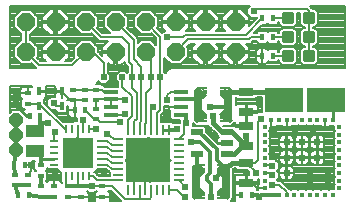
<source format=gtl>
G75*
%MOIN*%
%OFA0B0*%
%FSLAX24Y24*%
%IPPOS*%
%LPD*%
%AMOC8*
5,1,8,0,0,1.08239X$1,22.5*
%
%ADD10R,0.0236X0.0157*%
%ADD11R,0.0512X0.0276*%
%ADD12R,0.0591X0.0433*%
%ADD13R,0.0300X0.1000*%
%ADD14R,0.0350X0.0100*%
%ADD15R,0.0150X0.0175*%
%ADD16R,0.0141X0.0141*%
%ADD17R,0.0212X0.0212*%
%ADD18R,0.0157X0.0236*%
%ADD19R,0.0472X0.0138*%
%ADD20R,0.0276X0.0098*%
%ADD21R,0.0098X0.0276*%
%ADD22R,0.1024X0.1024*%
%ADD23R,0.0106X0.0335*%
%ADD24R,0.0335X0.0106*%
%ADD25R,0.1476X0.1476*%
%ADD26R,0.0118X0.0157*%
%ADD27R,0.0157X0.0118*%
%ADD28R,0.0197X0.0197*%
%ADD29R,0.1260X0.0787*%
%ADD30R,0.0173X0.0311*%
%ADD31R,0.0400X0.0220*%
%ADD32OC8,0.0436*%
%ADD33OC8,0.0600*%
%ADD34C,0.0118*%
%ADD35C,0.0079*%
%ADD36C,0.0238*%
%ADD37C,0.0098*%
%ADD38C,0.0157*%
D10*
X001981Y003281D03*
X001981Y003635D03*
X001981Y003989D03*
X001981Y004344D03*
X001548Y004029D03*
X001548Y003675D03*
X001115Y003675D03*
X001115Y004029D03*
X002414Y003635D03*
X002414Y003281D03*
X002887Y003281D03*
X003320Y003281D03*
X003320Y003635D03*
X002887Y003635D03*
X004028Y003635D03*
X004028Y003281D03*
X003831Y005879D03*
X003831Y006234D03*
X003831Y006509D03*
X003831Y006863D03*
X003438Y006863D03*
X003438Y006509D03*
X003044Y006509D03*
X003044Y006863D03*
X001548Y006745D03*
X001548Y006391D03*
D11*
X008831Y006115D03*
X008831Y005643D03*
X008831Y004974D03*
X008831Y004423D03*
X008831Y003753D03*
X008831Y006785D03*
D12*
X001784Y005486D03*
X001784Y004816D03*
D13*
X007150Y003785D03*
X008150Y003785D03*
X008229Y006360D03*
X007229Y006360D03*
D14*
X007354Y006910D03*
X008104Y006910D03*
X008104Y005810D03*
X007354Y005810D03*
X007275Y004335D03*
X008025Y004335D03*
X008025Y003235D03*
X007275Y003235D03*
D15*
X007375Y003372D03*
X007925Y003372D03*
X007925Y004197D03*
X007375Y004197D03*
X007454Y005947D03*
X008004Y005947D03*
X008004Y006772D03*
X007454Y006772D03*
D16*
G36*
X007277Y006860D02*
X007179Y006762D01*
X007081Y006860D01*
X007179Y006958D01*
X007277Y006860D01*
G37*
G36*
X008181Y006860D02*
X008279Y006958D01*
X008377Y006860D01*
X008279Y006762D01*
X008181Y006860D01*
G37*
G36*
X008181Y005859D02*
X008279Y005957D01*
X008377Y005859D01*
X008279Y005761D01*
X008181Y005859D01*
G37*
G36*
X007277Y005859D02*
X007179Y005761D01*
X007081Y005859D01*
X007179Y005957D01*
X007277Y005859D01*
G37*
G36*
X007198Y004285D02*
X007100Y004187D01*
X007002Y004285D01*
X007100Y004383D01*
X007198Y004285D01*
G37*
G36*
X008103Y004285D02*
X008201Y004383D01*
X008299Y004285D01*
X008201Y004187D01*
X008103Y004285D01*
G37*
G36*
X008103Y003284D02*
X008201Y003382D01*
X008299Y003284D01*
X008201Y003186D01*
X008103Y003284D01*
G37*
G36*
X007198Y003284D02*
X007100Y003186D01*
X007002Y003284D01*
X007100Y003382D01*
X007198Y003284D01*
G37*
D17*
G36*
X007449Y003461D02*
X007300Y003312D01*
X007151Y003461D01*
X007300Y003610D01*
X007449Y003461D01*
G37*
G36*
X007851Y003461D02*
X008000Y003610D01*
X008149Y003461D01*
X008000Y003312D01*
X007851Y003461D01*
G37*
G36*
X007851Y004109D02*
X008000Y004258D01*
X008149Y004109D01*
X008000Y003960D01*
X007851Y004109D01*
G37*
G36*
X007449Y004109D02*
X007300Y003960D01*
X007151Y004109D01*
X007300Y004258D01*
X007449Y004109D01*
G37*
G36*
X007528Y006036D02*
X007379Y005887D01*
X007230Y006036D01*
X007379Y006185D01*
X007528Y006036D01*
G37*
G36*
X007930Y006036D02*
X008079Y006185D01*
X008228Y006036D01*
X008079Y005887D01*
X007930Y006036D01*
G37*
G36*
X007930Y006684D02*
X008079Y006833D01*
X008228Y006684D01*
X008079Y006535D01*
X007930Y006684D01*
G37*
G36*
X007528Y006684D02*
X007379Y006535D01*
X007230Y006684D01*
X007379Y006833D01*
X007528Y006684D01*
G37*
D18*
X009363Y007986D03*
X009717Y007986D03*
X009717Y008615D03*
X009363Y008615D03*
X009363Y009245D03*
X009717Y009245D03*
X003457Y006175D03*
X003103Y006175D03*
X001961Y005978D03*
X001607Y005978D03*
X001450Y004363D03*
X001095Y004363D03*
X001213Y003340D03*
X001568Y003340D03*
X008654Y003340D03*
X009009Y003340D03*
D19*
X006637Y006027D03*
X006637Y006283D03*
X006637Y006539D03*
X006637Y006795D03*
X004333Y006795D03*
X004333Y006539D03*
X004333Y006283D03*
X004333Y006027D03*
D20*
X003989Y005151D03*
X003989Y004954D03*
X003989Y004757D03*
X003989Y004560D03*
X003989Y004363D03*
X002414Y004363D03*
X002414Y004560D03*
X002414Y004757D03*
X002414Y004954D03*
X002414Y005151D03*
D21*
X002808Y005545D03*
X003005Y005545D03*
X003202Y005545D03*
X003398Y005545D03*
X003595Y005545D03*
X003595Y003970D03*
X003398Y003970D03*
X003202Y003970D03*
X003005Y003970D03*
X002808Y003970D03*
D22*
X003202Y004757D03*
D23*
X004879Y005525D03*
X005075Y005525D03*
X005270Y005525D03*
X005466Y005525D03*
X005662Y005525D03*
X005857Y005525D03*
X006053Y005525D03*
X006249Y005525D03*
X006249Y003517D03*
X006053Y003517D03*
X005857Y003517D03*
X005662Y003517D03*
X005466Y003517D03*
X005270Y003517D03*
X005075Y003517D03*
X004879Y003517D03*
D24*
X004560Y003836D03*
X004560Y004032D03*
X004560Y004227D03*
X004560Y004423D03*
X004560Y004619D03*
X004560Y004814D03*
X004560Y005010D03*
X004560Y005206D03*
X006568Y005206D03*
X006568Y005010D03*
X006568Y004814D03*
X006568Y004619D03*
X006568Y004423D03*
X006568Y004227D03*
X006568Y004032D03*
X006568Y003836D03*
D25*
X005564Y004521D03*
D26*
X009658Y003360D03*
X009914Y003360D03*
X010170Y003360D03*
X010426Y003360D03*
X010682Y003360D03*
X010938Y003360D03*
X011194Y003360D03*
X011450Y003360D03*
X011705Y003360D03*
X011705Y005840D03*
X011450Y005840D03*
X011194Y005840D03*
X010938Y005840D03*
X010682Y005840D03*
X010426Y005840D03*
X010170Y005840D03*
X009914Y005840D03*
X009658Y005840D03*
D27*
X009442Y005623D03*
X009442Y005367D03*
X009442Y005112D03*
X009442Y004856D03*
X009442Y004600D03*
X009442Y004344D03*
X009442Y004088D03*
X009442Y003832D03*
X009442Y003576D03*
X011922Y003576D03*
X011922Y003832D03*
X011922Y004088D03*
X011922Y004344D03*
X011922Y004600D03*
X011922Y004856D03*
X011922Y005112D03*
X011922Y005367D03*
X011922Y005623D03*
D28*
X011194Y005112D03*
X010682Y005112D03*
X010170Y005112D03*
X010170Y004600D03*
X010682Y004600D03*
X011194Y004600D03*
X010170Y004088D03*
D29*
X010091Y006529D03*
X011469Y006529D03*
D30*
X002678Y006334D03*
X002678Y006802D03*
X001914Y006802D03*
X001914Y006334D03*
D31*
X007180Y005442D03*
X007180Y004702D03*
X008200Y004702D03*
X008200Y005072D03*
X008200Y005442D03*
D32*
X001158Y005348D03*
X001158Y005860D03*
X001158Y004836D03*
D33*
X001473Y008115D03*
X002473Y008115D03*
X003473Y008115D03*
X004473Y008115D03*
X005473Y008115D03*
X006473Y008115D03*
X007473Y008115D03*
X008473Y008115D03*
X008473Y009115D03*
X007473Y009115D03*
X006473Y009115D03*
X005473Y009115D03*
X004473Y009115D03*
X003473Y009115D03*
X002473Y009115D03*
X001473Y009115D03*
D34*
X001961Y005978D02*
X001961Y005761D01*
X002217Y005761D01*
X001961Y005761D02*
X001961Y005486D01*
X001784Y005486D01*
X001158Y005348D02*
X001158Y004836D01*
X001095Y004363D01*
X001115Y004029D01*
X001115Y003675D02*
X001548Y003675D01*
X001568Y003340D02*
X001981Y003281D01*
X002414Y003281D01*
X001981Y003635D02*
X001981Y003989D01*
X001981Y004344D02*
X001981Y004560D01*
X001981Y004619D01*
X001784Y004816D01*
X001158Y005348D02*
X001158Y005860D01*
X001115Y003675D02*
X001213Y003340D01*
X002887Y003635D02*
X003202Y003635D01*
X003320Y003635D02*
X003674Y003635D01*
X006249Y005525D02*
X006489Y005525D01*
X006509Y005545D01*
X006824Y005741D02*
X006824Y006027D01*
X006637Y006027D01*
X006627Y006027D01*
X006637Y006539D02*
X007229Y006539D01*
X007229Y006360D01*
X007611Y006293D02*
X008178Y006293D01*
X008229Y006360D01*
X007298Y005425D02*
X007847Y004875D01*
X007847Y004521D01*
X008004Y004364D01*
X007925Y004197D01*
X007986Y004109D02*
X008000Y004109D01*
X007986Y004109D02*
X007808Y003930D01*
X007650Y003734D02*
X007650Y003300D01*
X007650Y003734D02*
X007532Y003852D01*
X007532Y003970D01*
X007611Y004088D01*
X007611Y004797D01*
X007296Y005112D01*
X006981Y005112D01*
X007180Y005425D02*
X007298Y005425D01*
X007180Y005425D02*
X007180Y005442D01*
X007180Y004702D02*
X007180Y004347D01*
X007300Y004109D01*
X008694Y004974D02*
X008831Y004974D01*
X009009Y003340D02*
X009225Y003340D01*
X009265Y003300D01*
X009324Y003360D01*
X009658Y003360D01*
X009914Y003360D01*
X010356Y007848D02*
X010356Y008124D01*
X010356Y007848D02*
X010080Y007848D01*
X010080Y008124D01*
X010356Y008124D01*
X010356Y007965D02*
X010080Y007965D01*
X010080Y008082D02*
X010356Y008082D01*
X011047Y008124D02*
X011047Y007848D01*
X010771Y007848D01*
X010771Y008124D01*
X011047Y008124D01*
X011047Y007965D02*
X010771Y007965D01*
X010771Y008082D02*
X011047Y008082D01*
X011047Y008477D02*
X011047Y008753D01*
X011047Y008477D02*
X010771Y008477D01*
X010771Y008753D01*
X011047Y008753D01*
X011047Y008594D02*
X010771Y008594D01*
X010771Y008711D02*
X011047Y008711D01*
X011047Y009107D02*
X011047Y009383D01*
X011047Y009107D02*
X010771Y009107D01*
X010771Y009383D01*
X011047Y009383D01*
X011047Y009224D02*
X010771Y009224D01*
X010771Y009341D02*
X011047Y009341D01*
X010356Y009383D02*
X010356Y009107D01*
X010080Y009107D01*
X010080Y009383D01*
X010356Y009383D01*
X010356Y009224D02*
X010080Y009224D01*
X010080Y009341D02*
X010356Y009341D01*
X010356Y008753D02*
X010356Y008477D01*
X010080Y008477D01*
X010080Y008753D01*
X010356Y008753D01*
X010356Y008594D02*
X010080Y008594D01*
X010080Y008711D02*
X010356Y008711D01*
D35*
X003577Y003184D02*
X003572Y003164D01*
X003776Y003164D01*
X003771Y003184D01*
X003771Y003281D01*
X004028Y003281D01*
X004028Y003281D01*
X003771Y003281D01*
X003771Y003378D01*
X003780Y003413D01*
X003799Y003445D01*
X003825Y003471D01*
X003844Y003482D01*
X003837Y003489D01*
X003764Y003417D01*
X003583Y003417D01*
X003523Y003477D01*
X003514Y003477D01*
X003523Y003471D01*
X003549Y003445D01*
X003568Y003413D01*
X003577Y003378D01*
X003577Y003281D01*
X003320Y003281D01*
X003320Y003281D01*
X003577Y003281D01*
X003577Y003184D01*
X003771Y003184D01*
X003771Y003261D02*
X003577Y003261D01*
X003577Y003338D02*
X003771Y003338D01*
X003781Y003415D02*
X003567Y003415D01*
X003674Y003635D02*
X004028Y003635D01*
X004363Y003635D01*
X004776Y003222D01*
X005270Y003222D01*
X005270Y003517D01*
X005466Y003517D02*
X005466Y004088D01*
X005131Y004088D01*
X005075Y004088D01*
X005075Y003517D01*
X005270Y003222D02*
X005603Y003222D01*
X005662Y003280D01*
X005662Y003517D01*
X005603Y003797D02*
X005573Y003814D01*
X005537Y003824D01*
X005524Y003824D01*
X005524Y004482D01*
X004826Y004482D01*
X004826Y004517D01*
X004823Y004521D01*
X004826Y004524D01*
X004826Y004560D01*
X005524Y004560D01*
X005524Y004482D01*
X005603Y004482D01*
X005603Y004560D01*
X006301Y004560D01*
X006301Y004524D01*
X006304Y004521D01*
X006301Y004517D01*
X006301Y004482D01*
X005603Y004482D01*
X005603Y003797D01*
X005603Y003801D02*
X005595Y003801D01*
X005603Y003879D02*
X005524Y003879D01*
X005524Y003956D02*
X005603Y003956D01*
X005603Y004033D02*
X005524Y004033D01*
X005524Y004110D02*
X005603Y004110D01*
X005603Y004188D02*
X005524Y004188D01*
X005524Y004265D02*
X005603Y004265D01*
X005603Y004342D02*
X005524Y004342D01*
X005524Y004419D02*
X005603Y004419D01*
X005603Y004497D02*
X006301Y004497D01*
X005603Y004560D02*
X005524Y004560D01*
X005524Y005258D01*
X005560Y005258D01*
X005564Y005262D01*
X005567Y005258D01*
X005603Y005258D01*
X005603Y004560D01*
X005603Y004574D02*
X005524Y004574D01*
X005524Y004651D02*
X005603Y004651D01*
X005603Y004728D02*
X005524Y004728D01*
X005524Y004806D02*
X005603Y004806D01*
X005603Y004883D02*
X005524Y004883D01*
X005524Y004960D02*
X005603Y004960D01*
X005603Y005037D02*
X005524Y005037D01*
X005524Y005115D02*
X005603Y005115D01*
X005603Y005192D02*
X005524Y005192D01*
X005466Y005525D02*
X005466Y005722D01*
X005485Y005741D01*
X005485Y006765D01*
X005642Y006923D01*
X005642Y007277D01*
X005642Y007946D01*
X005473Y008115D01*
X005795Y008359D02*
X005819Y008359D01*
X005819Y008335D02*
X005639Y008515D01*
X005308Y008515D01*
X005210Y008417D01*
X005210Y008574D01*
X004854Y008931D01*
X004873Y008950D01*
X004873Y009281D01*
X004639Y009515D01*
X004308Y009515D01*
X004074Y009281D01*
X004074Y008950D01*
X004270Y008754D01*
X004031Y008754D01*
X003854Y008931D01*
X003873Y008950D01*
X003873Y009281D01*
X003639Y009515D01*
X003308Y009515D01*
X003074Y009281D01*
X003074Y008950D01*
X003308Y008716D01*
X003639Y008716D01*
X003657Y008735D01*
X003916Y008477D01*
X004213Y008477D01*
X004034Y008297D01*
X004034Y008155D01*
X004434Y008155D01*
X004434Y008076D01*
X004513Y008076D01*
X004513Y007676D01*
X004655Y007676D01*
X004775Y007796D01*
X004775Y007712D01*
X004874Y007613D01*
X004874Y007447D01*
X004855Y007428D01*
X004788Y007495D01*
X004607Y007495D01*
X004479Y007367D01*
X004479Y007186D01*
X004559Y007107D01*
X004559Y006963D01*
X004105Y006963D01*
X004066Y007002D01*
X004030Y007002D01*
X003991Y007042D01*
X003820Y007042D01*
X003851Y007060D01*
X003851Y007060D01*
X003897Y007139D01*
X003977Y007058D01*
X004158Y007058D01*
X004286Y007186D01*
X004286Y007367D01*
X004206Y007447D01*
X004206Y007761D01*
X004291Y007676D01*
X004434Y007676D01*
X004434Y008076D01*
X004034Y008076D01*
X004034Y007979D01*
X003873Y008141D01*
X003873Y008281D01*
X003639Y008515D01*
X003308Y008515D01*
X003074Y008281D01*
X003074Y007950D01*
X003093Y007931D01*
X002971Y007809D01*
X002788Y007809D01*
X002913Y007933D01*
X002913Y008076D01*
X002513Y008076D01*
X002513Y008155D01*
X002913Y008155D01*
X002913Y008297D01*
X002655Y008555D01*
X002513Y008555D01*
X002513Y008155D01*
X002434Y008155D01*
X002434Y008555D01*
X002291Y008555D01*
X002034Y008297D01*
X002034Y008155D01*
X002434Y008155D01*
X002434Y008076D01*
X002034Y008076D01*
X002034Y007933D01*
X002158Y007809D01*
X001976Y007809D01*
X001854Y007931D01*
X001873Y007950D01*
X001873Y008281D01*
X001639Y008515D01*
X001612Y008515D01*
X001612Y008716D01*
X001639Y008716D01*
X001873Y008950D01*
X001873Y009281D01*
X001639Y009515D01*
X001308Y009515D01*
X001074Y009281D01*
X001074Y008950D01*
X001308Y008716D01*
X001334Y008716D01*
X001334Y008515D01*
X001308Y008515D01*
X001074Y008281D01*
X001074Y007950D01*
X001308Y007716D01*
X001639Y007716D01*
X001657Y007735D01*
X001779Y007613D01*
X001819Y007573D01*
X000939Y007573D01*
X000939Y009658D01*
X008935Y009658D01*
X008849Y009572D01*
X008849Y009391D01*
X008977Y009263D01*
X009158Y009263D01*
X009185Y009290D01*
X009185Y009263D01*
X008913Y008991D01*
X008913Y009076D01*
X008513Y009076D01*
X008513Y009155D01*
X008913Y009155D01*
X008913Y009297D01*
X008655Y009555D01*
X008513Y009555D01*
X008513Y009155D01*
X008434Y009155D01*
X008434Y009555D01*
X008291Y009555D01*
X008034Y009297D01*
X008034Y009155D01*
X008434Y009155D01*
X008434Y009076D01*
X008034Y009076D01*
X008034Y008933D01*
X008134Y008833D01*
X007812Y008833D01*
X007913Y008933D01*
X007913Y009076D01*
X007513Y009076D01*
X007513Y009155D01*
X007913Y009155D01*
X007913Y009297D01*
X007655Y009555D01*
X007513Y009555D01*
X007513Y009155D01*
X007434Y009155D01*
X007434Y009555D01*
X007291Y009555D01*
X007034Y009297D01*
X007034Y009155D01*
X007434Y009155D01*
X007434Y009076D01*
X007034Y009076D01*
X007034Y008933D01*
X007134Y008833D01*
X006812Y008833D01*
X006913Y008933D01*
X006913Y009076D01*
X006513Y009076D01*
X006513Y009155D01*
X006913Y009155D01*
X006913Y009297D01*
X006655Y009555D01*
X006513Y009555D01*
X006513Y009155D01*
X006434Y009155D01*
X006434Y009555D01*
X006291Y009555D01*
X006034Y009297D01*
X006034Y009155D01*
X006434Y009155D01*
X006434Y009076D01*
X006034Y009076D01*
X006034Y008933D01*
X006133Y008834D01*
X006103Y008834D01*
X006027Y008758D01*
X005854Y008931D01*
X005873Y008950D01*
X005873Y009281D01*
X005639Y009515D01*
X005308Y009515D01*
X005074Y009281D01*
X005074Y008950D01*
X005308Y008716D01*
X005639Y008716D01*
X005657Y008735D01*
X005819Y008574D01*
X005819Y008335D01*
X005819Y008436D02*
X005718Y008436D01*
X005640Y008513D02*
X005819Y008513D01*
X005802Y008590D02*
X005194Y008590D01*
X005210Y008513D02*
X005306Y008513D01*
X005229Y008436D02*
X005210Y008436D01*
X005072Y008517D02*
X004473Y009115D01*
X004125Y008899D02*
X003886Y008899D01*
X003873Y008977D02*
X004074Y008977D01*
X004074Y009054D02*
X003873Y009054D01*
X003873Y009131D02*
X004074Y009131D01*
X004074Y009208D02*
X003873Y009208D01*
X003868Y009286D02*
X004078Y009286D01*
X004156Y009363D02*
X003791Y009363D01*
X003713Y009440D02*
X004233Y009440D01*
X004713Y009440D02*
X005233Y009440D01*
X005156Y009363D02*
X004791Y009363D01*
X004868Y009286D02*
X005078Y009286D01*
X005074Y009208D02*
X004873Y009208D01*
X004873Y009131D02*
X005074Y009131D01*
X005074Y009054D02*
X004873Y009054D01*
X004873Y008977D02*
X005074Y008977D01*
X005125Y008899D02*
X004886Y008899D01*
X004963Y008822D02*
X005202Y008822D01*
X005279Y008745D02*
X005040Y008745D01*
X005117Y008668D02*
X005725Y008668D01*
X005957Y008631D02*
X005473Y009115D01*
X005873Y009131D02*
X006434Y009131D01*
X006434Y009208D02*
X006513Y009208D01*
X006513Y009131D02*
X007434Y009131D01*
X007434Y009208D02*
X007513Y009208D01*
X007513Y009131D02*
X008434Y009131D01*
X008434Y009208D02*
X008513Y009208D01*
X008513Y009131D02*
X009052Y009131D01*
X008975Y009054D02*
X008913Y009054D01*
X008913Y009208D02*
X009130Y009208D01*
X009180Y009286D02*
X009185Y009286D01*
X009363Y009245D02*
X008812Y008694D01*
X006784Y008694D01*
X006705Y008615D01*
X006194Y008615D01*
X006091Y008822D02*
X005963Y008822D01*
X005886Y008899D02*
X006068Y008899D01*
X006034Y008977D02*
X005873Y008977D01*
X005873Y009054D02*
X006034Y009054D01*
X006034Y009208D02*
X005873Y009208D01*
X005868Y009286D02*
X006034Y009286D01*
X006099Y009363D02*
X005791Y009363D01*
X005713Y009440D02*
X006176Y009440D01*
X006254Y009517D02*
X002693Y009517D01*
X002655Y009555D02*
X002513Y009555D01*
X002513Y009155D01*
X002913Y009155D01*
X002913Y009297D01*
X002655Y009555D01*
X002513Y009517D02*
X002434Y009517D01*
X002434Y009555D02*
X002291Y009555D01*
X002034Y009297D01*
X002034Y009155D01*
X002434Y009155D01*
X002434Y009555D01*
X002434Y009440D02*
X002513Y009440D01*
X002513Y009363D02*
X002434Y009363D01*
X002434Y009286D02*
X002513Y009286D01*
X002513Y009208D02*
X002434Y009208D01*
X002434Y009155D02*
X002513Y009155D01*
X002513Y009076D01*
X002913Y009076D01*
X002913Y008933D01*
X002655Y008676D01*
X002513Y008676D01*
X002513Y009076D01*
X002434Y009076D01*
X002434Y008676D01*
X002291Y008676D01*
X002034Y008933D01*
X002034Y009076D01*
X002434Y009076D01*
X002434Y009155D01*
X002434Y009131D02*
X001873Y009131D01*
X001873Y009054D02*
X002034Y009054D01*
X002034Y008977D02*
X001873Y008977D01*
X001822Y008899D02*
X002068Y008899D01*
X002145Y008822D02*
X001745Y008822D01*
X001667Y008745D02*
X002222Y008745D01*
X002434Y008745D02*
X002513Y008745D01*
X002513Y008822D02*
X002434Y008822D01*
X002434Y008899D02*
X002513Y008899D01*
X002513Y008977D02*
X002434Y008977D01*
X002434Y009054D02*
X002513Y009054D01*
X002513Y009131D02*
X003074Y009131D01*
X003074Y009054D02*
X002913Y009054D01*
X002913Y008977D02*
X003074Y008977D01*
X003125Y008899D02*
X002878Y008899D01*
X002801Y008822D02*
X003202Y008822D01*
X003279Y008745D02*
X002724Y008745D01*
X002697Y008513D02*
X003306Y008513D01*
X003229Y008436D02*
X002774Y008436D01*
X002851Y008359D02*
X003152Y008359D01*
X003074Y008281D02*
X002913Y008281D01*
X002913Y008204D02*
X003074Y008204D01*
X003074Y008127D02*
X002513Y008127D01*
X002513Y008204D02*
X002434Y008204D01*
X002434Y008127D02*
X001873Y008127D01*
X001873Y008204D02*
X002034Y008204D01*
X002034Y008281D02*
X001872Y008281D01*
X001795Y008359D02*
X002095Y008359D01*
X002172Y008436D02*
X001718Y008436D01*
X001640Y008513D02*
X002249Y008513D01*
X002434Y008513D02*
X002513Y008513D01*
X002513Y008436D02*
X002434Y008436D01*
X002434Y008359D02*
X002513Y008359D01*
X002513Y008281D02*
X002434Y008281D01*
X002034Y008050D02*
X001873Y008050D01*
X001873Y007972D02*
X002034Y007972D01*
X002072Y007895D02*
X001890Y007895D01*
X001967Y007818D02*
X002149Y007818D01*
X001918Y007671D02*
X003028Y007671D01*
X003473Y008115D01*
X003702Y008115D01*
X004068Y007749D01*
X004068Y007277D01*
X004222Y007432D02*
X004544Y007432D01*
X004479Y007354D02*
X004286Y007354D01*
X004286Y007277D02*
X004479Y007277D01*
X004479Y007200D02*
X004286Y007200D01*
X004222Y007123D02*
X004543Y007123D01*
X004559Y007046D02*
X003826Y007046D01*
X003851Y007060D02*
X003851Y007060D01*
X003888Y007123D02*
X003913Y007123D01*
X004100Y006968D02*
X004559Y006968D01*
X004698Y006962D02*
X004698Y007277D01*
X004852Y007432D02*
X004859Y007432D01*
X004874Y007509D02*
X004206Y007509D01*
X004206Y007586D02*
X004874Y007586D01*
X004823Y007663D02*
X004206Y007663D01*
X004206Y007741D02*
X004227Y007741D01*
X004434Y007741D02*
X004513Y007741D01*
X004513Y007818D02*
X004434Y007818D01*
X004434Y007895D02*
X004513Y007895D01*
X004513Y007972D02*
X004434Y007972D01*
X004434Y008050D02*
X004513Y008050D01*
X004434Y008127D02*
X003886Y008127D01*
X003873Y008204D02*
X004034Y008204D01*
X004034Y008281D02*
X003872Y008281D01*
X003795Y008359D02*
X004095Y008359D01*
X004172Y008436D02*
X003718Y008436D01*
X003640Y008513D02*
X003879Y008513D01*
X003802Y008590D02*
X001612Y008590D01*
X001612Y008668D02*
X003725Y008668D01*
X003973Y008615D02*
X003473Y009115D01*
X003156Y009363D02*
X002847Y009363D01*
X002913Y009286D02*
X003078Y009286D01*
X003074Y009208D02*
X002913Y009208D01*
X002770Y009440D02*
X003233Y009440D01*
X003963Y008822D02*
X004202Y008822D01*
X003973Y008615D02*
X004698Y008615D01*
X004914Y008399D01*
X004914Y007769D01*
X005013Y007671D01*
X005013Y007277D01*
X005013Y006923D01*
X005170Y006765D01*
X005170Y005899D01*
X005075Y005803D01*
X005075Y005525D01*
X004879Y005525D02*
X004879Y005844D01*
X005013Y005978D01*
X005013Y006647D01*
X004698Y006962D01*
X004333Y006795D02*
X004078Y006795D01*
X004009Y006863D01*
X003831Y006863D01*
X003438Y006863D01*
X003044Y006863D01*
X003044Y006509D02*
X002864Y006509D01*
X002864Y006509D01*
X003044Y006509D01*
X003044Y006509D01*
X003044Y006509D01*
X003438Y006509D01*
X003438Y006509D01*
X003180Y006509D01*
X003044Y006509D01*
X003103Y006450D01*
X003103Y006175D01*
X003103Y006175D01*
X002885Y006175D01*
X002885Y006297D01*
X002872Y006301D01*
X002864Y006305D01*
X002864Y006137D01*
X002806Y006079D01*
X002550Y006079D01*
X002492Y006137D01*
X002492Y006192D01*
X002324Y006192D01*
X002196Y006320D01*
X002196Y006501D01*
X002324Y006629D01*
X002452Y006629D01*
X002452Y006799D01*
X002674Y006799D01*
X002674Y006806D01*
X002452Y006806D01*
X002452Y006976D01*
X002453Y006981D01*
X002139Y006981D01*
X002140Y006976D01*
X002140Y006806D01*
X001918Y006806D01*
X001918Y006799D01*
X002140Y006799D01*
X002140Y006629D01*
X002131Y006593D01*
X002112Y006561D01*
X002091Y006540D01*
X002100Y006531D01*
X002100Y006409D01*
X002727Y005782D01*
X002898Y005782D01*
X002906Y005774D01*
X002914Y005782D01*
X003055Y005782D01*
X003067Y005794D01*
X003099Y005812D01*
X003134Y005822D01*
X003180Y005822D01*
X003180Y005917D01*
X003103Y005917D01*
X003103Y006174D01*
X003103Y006174D01*
X003103Y005917D01*
X003006Y005917D01*
X002971Y005927D01*
X002939Y005945D01*
X002913Y005971D01*
X002894Y006003D01*
X002885Y006038D01*
X002885Y006175D01*
X003103Y006175D01*
X003103Y006119D02*
X003103Y006119D01*
X003103Y006041D02*
X003103Y006041D01*
X003103Y005964D02*
X003103Y005964D01*
X003180Y005887D02*
X002622Y005887D01*
X002545Y005964D02*
X002919Y005964D01*
X002885Y006041D02*
X002468Y006041D01*
X002511Y006119D02*
X002391Y006119D01*
X002320Y006196D02*
X002313Y006196D01*
X002243Y006273D02*
X002236Y006273D01*
X002196Y006350D02*
X002159Y006350D01*
X002196Y006428D02*
X002100Y006428D01*
X002100Y006505D02*
X002199Y006505D01*
X002124Y006582D02*
X002277Y006582D01*
X002140Y006659D02*
X002452Y006659D01*
X002452Y006737D02*
X002140Y006737D01*
X002140Y006814D02*
X002452Y006814D01*
X002452Y006891D02*
X002140Y006891D01*
X002140Y006968D02*
X002452Y006968D01*
X002674Y006799D02*
X002674Y006589D01*
X002682Y006589D01*
X002682Y006799D01*
X002674Y006799D01*
X002678Y006802D02*
X002678Y006777D01*
X002946Y006509D01*
X003044Y006509D01*
X002885Y006273D02*
X002864Y006273D01*
X002864Y006196D02*
X002885Y006196D01*
X002885Y006119D02*
X002845Y006119D01*
X002678Y006334D02*
X002491Y006334D01*
X002414Y006411D01*
X002674Y006659D02*
X002682Y006659D01*
X002674Y006737D02*
X002682Y006737D01*
X001953Y006391D02*
X001914Y006334D01*
X001979Y006334D01*
X002768Y005545D01*
X002808Y005545D01*
X002700Y005810D02*
X003094Y005810D01*
X003202Y005545D02*
X003202Y005545D01*
X003202Y005267D01*
X003241Y005267D01*
X003241Y004797D01*
X003162Y004797D01*
X003162Y005267D01*
X003202Y005267D01*
X003202Y005545D01*
X003202Y005501D02*
X003202Y005501D01*
X003202Y005423D02*
X003202Y005423D01*
X003202Y005346D02*
X003202Y005346D01*
X003202Y005269D02*
X003202Y005269D01*
X003162Y005192D02*
X003241Y005192D01*
X003241Y005115D02*
X003162Y005115D01*
X003162Y005037D02*
X003241Y005037D01*
X003241Y004960D02*
X003162Y004960D01*
X003162Y004883D02*
X003241Y004883D01*
X003241Y004806D02*
X003162Y004806D01*
X003202Y004757D02*
X003438Y004993D01*
X003202Y004757D02*
X002965Y004521D01*
X002554Y004215D02*
X002560Y004192D01*
X002578Y004160D01*
X002604Y004134D01*
X002636Y004116D01*
X002659Y004109D01*
X002659Y003791D01*
X002669Y003781D01*
X002669Y003742D01*
X002662Y003768D01*
X002644Y003799D01*
X002618Y003825D01*
X002586Y003844D01*
X002551Y003853D01*
X002414Y003853D01*
X002278Y003853D01*
X002242Y003844D01*
X002210Y003825D01*
X002184Y003799D01*
X002173Y003780D01*
X002141Y003812D01*
X002199Y003870D01*
X002199Y004109D01*
X002141Y004167D01*
X002199Y004224D01*
X002199Y004252D01*
X002235Y004215D01*
X002554Y004215D01*
X002562Y004188D02*
X002162Y004188D01*
X002197Y004110D02*
X002655Y004110D01*
X002659Y004033D02*
X002199Y004033D01*
X002199Y003956D02*
X002659Y003956D01*
X002659Y003879D02*
X002199Y003879D01*
X002186Y003801D02*
X002152Y003801D01*
X002414Y003801D02*
X002414Y003801D01*
X002414Y003853D02*
X002414Y003635D01*
X002414Y003635D01*
X002414Y003853D01*
X002414Y003724D02*
X002414Y003724D01*
X002414Y003647D02*
X002414Y003647D01*
X002642Y003801D02*
X002659Y003801D01*
X002808Y003635D02*
X002887Y003635D01*
X002808Y003635D02*
X002808Y003970D01*
X003202Y003970D02*
X003202Y003635D01*
X003320Y003635D01*
X003595Y003970D02*
X003713Y003970D01*
X003847Y003836D01*
X004560Y003836D01*
X004293Y003975D02*
X004293Y004099D01*
X004269Y004123D01*
X004151Y004215D01*
X003849Y004215D01*
X003843Y004192D01*
X003825Y004160D01*
X003799Y004134D01*
X003767Y004116D01*
X003744Y004109D01*
X003744Y004109D01*
X003771Y004109D01*
X003905Y003975D01*
X004293Y003975D01*
X004293Y004033D02*
X003846Y004033D01*
X003748Y004110D02*
X004282Y004110D01*
X004186Y004188D02*
X003841Y004188D01*
X003989Y004363D02*
X004186Y004363D01*
X004361Y004227D01*
X004560Y004227D01*
X004560Y004423D02*
X004362Y004423D01*
X004186Y004560D01*
X003989Y004560D01*
X003989Y004757D02*
X004186Y004757D01*
X004364Y004619D01*
X004560Y004619D01*
X004560Y004814D02*
X004365Y004814D01*
X004186Y004954D01*
X003989Y004954D01*
X003989Y005151D02*
X004186Y005151D01*
X004366Y005010D01*
X004560Y005010D01*
X004560Y005206D02*
X004406Y005206D01*
X004186Y005387D01*
X003831Y005545D02*
X003595Y005545D01*
X003398Y005545D02*
X003398Y005860D01*
X003457Y006175D02*
X003753Y005879D01*
X003831Y005879D01*
X003851Y005879D01*
X003950Y005781D01*
X004619Y005781D01*
X004747Y006027D02*
X004776Y006056D01*
X004747Y006027D02*
X004333Y006027D01*
X004333Y006283D02*
X004333Y006539D01*
X004766Y006539D01*
X004776Y006529D01*
X004333Y006539D02*
X003831Y006539D01*
X003831Y006509D01*
X003831Y006234D01*
X002453Y005466D02*
X002414Y005426D01*
X002414Y005151D01*
X001800Y004500D02*
X001668Y004500D01*
X001668Y004500D01*
X001668Y004363D01*
X001450Y004363D01*
X001450Y004363D01*
X001668Y004363D01*
X001668Y004247D01*
X001684Y004247D01*
X001720Y004237D01*
X001752Y004219D01*
X001778Y004193D01*
X001796Y004161D01*
X001800Y004146D01*
X001821Y004167D01*
X001764Y004224D01*
X001764Y004464D01*
X001800Y004500D01*
X001796Y004497D02*
X001668Y004497D01*
X001668Y004419D02*
X001764Y004419D01*
X001764Y004342D02*
X001668Y004342D01*
X001666Y004363D02*
X001666Y004147D01*
X001548Y004029D01*
X001781Y004188D02*
X001800Y004188D01*
X001764Y004265D02*
X001668Y004265D01*
X002887Y003281D02*
X003320Y003281D01*
X003320Y003281D01*
X003062Y003281D01*
X002887Y003281D01*
X002887Y003281D01*
X004028Y003281D02*
X004286Y003281D01*
X004286Y003378D01*
X004276Y003413D01*
X004258Y003445D01*
X004232Y003471D01*
X004213Y003482D01*
X004227Y003496D01*
X004305Y003496D01*
X004638Y003164D01*
X004280Y003164D01*
X004286Y003184D01*
X004286Y003281D01*
X004028Y003281D01*
X004028Y003281D01*
X004286Y003261D02*
X004541Y003261D01*
X004464Y003338D02*
X004286Y003338D01*
X004275Y003415D02*
X004387Y003415D01*
X004309Y003492D02*
X004223Y003492D01*
X004286Y003184D02*
X004618Y003184D01*
X004826Y004497D02*
X005524Y004497D01*
X006568Y003836D02*
X006788Y003615D01*
X006784Y003615D01*
X006528Y003517D02*
X006745Y003300D01*
X006784Y003300D01*
X006528Y003517D02*
X006249Y003517D01*
X007100Y003284D02*
X007275Y003235D01*
X007375Y003372D01*
X007300Y003461D01*
X007150Y003785D01*
X007300Y004109D01*
X007375Y004197D01*
X007275Y004335D01*
X007100Y004285D01*
X007925Y004197D02*
X008000Y004109D01*
X008150Y003785D01*
X008000Y003461D01*
X007925Y003372D01*
X008025Y003235D01*
X008201Y003284D01*
X008320Y003164D02*
X008400Y003243D01*
X008400Y003326D01*
X008400Y004232D01*
X008412Y004244D01*
X008476Y004244D01*
X008476Y004244D01*
X008534Y004185D01*
X008872Y004185D01*
X008928Y004130D01*
X008928Y004030D01*
X008861Y004030D01*
X008861Y003783D01*
X008802Y003783D01*
X008802Y004030D01*
X008557Y004030D01*
X008522Y004021D01*
X008490Y004003D01*
X008464Y003977D01*
X008446Y003945D01*
X008436Y003909D01*
X008436Y003783D01*
X008802Y003783D01*
X008802Y003724D01*
X008400Y003724D01*
X008436Y003724D02*
X008436Y003597D01*
X008446Y003562D01*
X008460Y003537D01*
X008446Y003512D01*
X008436Y003476D01*
X008436Y003340D01*
X008654Y003340D01*
X008654Y003340D01*
X008436Y003340D01*
X008436Y003203D01*
X008446Y003168D01*
X008448Y003164D01*
X008320Y003164D01*
X008340Y003184D02*
X008441Y003184D01*
X008436Y003261D02*
X008400Y003261D01*
X008400Y003326D02*
X008400Y003326D01*
X008400Y003338D02*
X008436Y003338D01*
X008436Y003415D02*
X008400Y003415D01*
X008400Y003492D02*
X008440Y003492D01*
X008444Y003570D02*
X008400Y003570D01*
X008400Y003647D02*
X008436Y003647D01*
X008436Y003724D02*
X008802Y003724D01*
X008831Y003753D02*
X009009Y003753D01*
X009186Y003576D01*
X009442Y003576D01*
X009224Y003576D01*
X009224Y003519D01*
X009188Y003519D01*
X009199Y003530D01*
X009217Y003562D01*
X009224Y003585D01*
X009224Y003576D01*
X009442Y003576D01*
X009442Y003576D01*
X009224Y003570D02*
X009219Y003570D01*
X009227Y003665D02*
X009227Y003724D01*
X008861Y003724D01*
X009255Y003724D01*
X009251Y003721D02*
X009264Y003733D01*
X009264Y003896D01*
X009237Y003869D01*
X009227Y003869D01*
X009227Y003783D01*
X008861Y003783D01*
X008861Y003724D01*
X008861Y003801D02*
X008802Y003801D01*
X008802Y003879D02*
X008861Y003879D01*
X008861Y003956D02*
X008802Y003956D01*
X008928Y004033D02*
X008400Y004033D01*
X008400Y003956D02*
X008452Y003956D01*
X008436Y003879D02*
X008400Y003879D01*
X008400Y003801D02*
X008436Y003801D01*
X008400Y004110D02*
X008928Y004110D01*
X009146Y004108D02*
X009146Y004088D01*
X009146Y004108D02*
X008831Y004423D01*
X009127Y004423D01*
X009225Y004521D01*
X009225Y005820D01*
X009304Y005899D01*
X009182Y006086D02*
X008861Y006086D01*
X008861Y006145D01*
X009227Y006145D01*
X009227Y006272D01*
X009217Y006307D01*
X009199Y006339D01*
X009173Y006365D01*
X009141Y006383D01*
X009106Y006393D01*
X008861Y006393D01*
X008861Y006145D01*
X008802Y006145D01*
X008802Y006393D01*
X008557Y006393D01*
X008522Y006383D01*
X008490Y006365D01*
X008478Y006353D01*
X008478Y006604D01*
X008534Y006548D01*
X009129Y006548D01*
X009187Y006606D01*
X009187Y006607D01*
X009362Y006607D01*
X009362Y006117D01*
X009213Y006117D01*
X009182Y006086D01*
X009227Y006196D02*
X009362Y006196D01*
X009362Y006273D02*
X009226Y006273D01*
X009187Y006350D02*
X009362Y006350D01*
X009362Y006428D02*
X008478Y006428D01*
X008478Y006505D02*
X009362Y006505D01*
X009362Y006582D02*
X009163Y006582D01*
X008861Y006350D02*
X008802Y006350D01*
X008802Y006273D02*
X008861Y006273D01*
X008861Y006196D02*
X008802Y006196D01*
X008861Y006119D02*
X009362Y006119D01*
X009658Y005840D02*
X009658Y005840D01*
X009658Y005622D01*
X009620Y005622D01*
X009620Y005523D01*
X009592Y005495D01*
X009620Y005468D01*
X009620Y005267D01*
X009592Y005239D01*
X009620Y005212D01*
X009620Y005011D01*
X009592Y004984D01*
X009620Y004956D01*
X009620Y004755D01*
X009592Y004728D01*
X009620Y004700D01*
X009620Y004543D01*
X009788Y004543D01*
X009916Y004415D01*
X009916Y004234D01*
X009849Y004167D01*
X009916Y004100D01*
X009916Y003919D01*
X009849Y003852D01*
X009868Y003833D01*
X009991Y003833D01*
X010227Y003597D01*
X010306Y003518D01*
X010326Y003538D01*
X010526Y003538D01*
X010554Y003510D01*
X010582Y003538D01*
X010782Y003538D01*
X010810Y003510D01*
X010838Y003538D01*
X011038Y003538D01*
X011066Y003510D01*
X011093Y003538D01*
X011294Y003538D01*
X011322Y003510D01*
X011349Y003538D01*
X011550Y003538D01*
X011577Y003510D01*
X011605Y003538D01*
X011744Y003538D01*
X011744Y003676D01*
X011772Y003704D01*
X011744Y003732D01*
X011744Y003932D01*
X011772Y003960D01*
X011744Y003988D01*
X011744Y004188D01*
X011772Y004216D01*
X011744Y004244D01*
X011744Y004444D01*
X011772Y004472D01*
X011744Y004499D01*
X011744Y004700D01*
X011772Y004728D01*
X011744Y004755D01*
X011744Y004956D01*
X011772Y004984D01*
X011744Y005011D01*
X011744Y005212D01*
X011772Y005239D01*
X011744Y005267D01*
X011744Y005468D01*
X011772Y005495D01*
X011744Y005523D01*
X011744Y005662D01*
X011606Y005662D01*
X011594Y005650D01*
X011562Y005631D01*
X011527Y005622D01*
X011450Y005622D01*
X011450Y005840D01*
X011450Y005840D01*
X011450Y005622D01*
X011372Y005622D01*
X011337Y005631D01*
X011305Y005650D01*
X011293Y005662D01*
X011093Y005662D01*
X011066Y005689D01*
X011038Y005662D01*
X010838Y005662D01*
X010810Y005689D01*
X010782Y005662D01*
X010582Y005662D01*
X010554Y005689D01*
X010526Y005662D01*
X010327Y005662D01*
X010315Y005650D01*
X010283Y005631D01*
X010247Y005622D01*
X010170Y005622D01*
X010170Y005840D01*
X010170Y005840D01*
X010170Y005622D01*
X010093Y005622D01*
X010057Y005631D01*
X010025Y005650D01*
X010013Y005662D01*
X009815Y005662D01*
X009803Y005650D01*
X009771Y005631D01*
X009736Y005622D01*
X009658Y005622D01*
X009658Y005840D01*
X009658Y005810D02*
X009658Y005810D01*
X009658Y005732D02*
X009658Y005732D01*
X009658Y005655D02*
X009658Y005655D01*
X009620Y005578D02*
X011744Y005578D01*
X011744Y005655D02*
X011600Y005655D01*
X011450Y005655D02*
X011450Y005655D01*
X011450Y005732D02*
X011450Y005732D01*
X011450Y005810D02*
X011450Y005810D01*
X011299Y005655D02*
X010320Y005655D01*
X010170Y005655D02*
X010170Y005655D01*
X010170Y005732D02*
X010170Y005732D01*
X010170Y005810D02*
X010170Y005810D01*
X010020Y005655D02*
X009808Y005655D01*
X009597Y005501D02*
X011766Y005501D01*
X011744Y005423D02*
X009620Y005423D01*
X009620Y005346D02*
X010042Y005346D01*
X010053Y005349D02*
X010018Y005340D01*
X009986Y005321D01*
X009960Y005296D01*
X009942Y005264D01*
X009932Y005228D01*
X009932Y005121D01*
X010160Y005121D01*
X010160Y005102D01*
X009932Y005102D01*
X009932Y004995D01*
X009942Y004959D01*
X009960Y004928D01*
X009986Y004902D01*
X010018Y004883D01*
X010053Y004874D01*
X010160Y004874D01*
X010160Y005102D01*
X010180Y005102D01*
X010180Y005121D01*
X010408Y005121D01*
X010408Y005228D01*
X010398Y005264D01*
X010380Y005296D01*
X010354Y005321D01*
X010322Y005340D01*
X010287Y005349D01*
X010180Y005349D01*
X010180Y005121D01*
X010160Y005121D01*
X010160Y005349D01*
X010053Y005349D01*
X010160Y005346D02*
X010180Y005346D01*
X010180Y005269D02*
X010160Y005269D01*
X010160Y005192D02*
X010180Y005192D01*
X010180Y005115D02*
X010672Y005115D01*
X010672Y005121D02*
X010672Y005102D01*
X010444Y005102D01*
X010444Y004995D01*
X010454Y004959D01*
X010472Y004928D01*
X010498Y004902D01*
X010530Y004883D01*
X010565Y004874D01*
X010672Y004874D01*
X010672Y005102D01*
X010692Y005102D01*
X010692Y005121D01*
X010920Y005121D01*
X010920Y005228D01*
X010910Y005264D01*
X010892Y005296D01*
X010866Y005321D01*
X010834Y005340D01*
X010799Y005349D01*
X010692Y005349D01*
X010692Y005121D01*
X010672Y005121D01*
X010444Y005121D01*
X010444Y005228D01*
X010454Y005264D01*
X010472Y005296D01*
X010498Y005321D01*
X010530Y005340D01*
X010565Y005349D01*
X010672Y005349D01*
X010672Y005121D01*
X010692Y005115D02*
X011184Y005115D01*
X011184Y005121D02*
X011184Y005102D01*
X010956Y005102D01*
X010956Y004995D01*
X010965Y004959D01*
X010984Y004928D01*
X011010Y004902D01*
X011041Y004883D01*
X011077Y004874D01*
X011184Y004874D01*
X011184Y005102D01*
X011203Y005102D01*
X011203Y004874D01*
X011310Y004874D01*
X011346Y004883D01*
X011378Y004902D01*
X011404Y004928D01*
X011422Y004959D01*
X011431Y004995D01*
X011431Y005102D01*
X011203Y005102D01*
X011203Y005121D01*
X011184Y005121D01*
X010956Y005121D01*
X010956Y005228D01*
X010965Y005264D01*
X010984Y005296D01*
X011010Y005321D01*
X011041Y005340D01*
X011077Y005349D01*
X011184Y005349D01*
X011184Y005121D01*
X011203Y005121D02*
X011203Y005349D01*
X011310Y005349D01*
X011346Y005340D01*
X011378Y005321D01*
X011404Y005296D01*
X011422Y005264D01*
X011431Y005228D01*
X011431Y005121D01*
X011203Y005121D01*
X011203Y005115D02*
X011744Y005115D01*
X011744Y005192D02*
X011431Y005192D01*
X011419Y005269D02*
X011744Y005269D01*
X011744Y005346D02*
X011322Y005346D01*
X011203Y005346D02*
X011184Y005346D01*
X011184Y005269D02*
X011203Y005269D01*
X011203Y005192D02*
X011184Y005192D01*
X011184Y005037D02*
X011203Y005037D01*
X011203Y004960D02*
X011184Y004960D01*
X011184Y004883D02*
X011203Y004883D01*
X011203Y004838D02*
X011203Y004610D01*
X011184Y004610D01*
X011184Y004838D01*
X011077Y004838D01*
X011041Y004828D01*
X011010Y004810D01*
X010984Y004784D01*
X010965Y004752D01*
X010956Y004716D01*
X010956Y004610D01*
X011184Y004610D01*
X011184Y004590D01*
X011203Y004590D01*
X011203Y004362D01*
X011310Y004362D01*
X011346Y004371D01*
X011378Y004390D01*
X011404Y004416D01*
X011422Y004447D01*
X011431Y004483D01*
X011431Y004590D01*
X011203Y004590D01*
X011203Y004610D01*
X011431Y004610D01*
X011431Y004716D01*
X011422Y004752D01*
X011404Y004784D01*
X011378Y004810D01*
X011346Y004828D01*
X011310Y004838D01*
X011203Y004838D01*
X011203Y004806D02*
X011184Y004806D01*
X011184Y004728D02*
X011203Y004728D01*
X011203Y004651D02*
X011184Y004651D01*
X011184Y004590D02*
X010956Y004590D01*
X010956Y004483D01*
X010965Y004447D01*
X010984Y004416D01*
X011010Y004390D01*
X011041Y004371D01*
X011077Y004362D01*
X011184Y004362D01*
X011184Y004590D01*
X011184Y004574D02*
X011203Y004574D01*
X011203Y004497D02*
X011184Y004497D01*
X011184Y004419D02*
X011203Y004419D01*
X011406Y004419D02*
X011744Y004419D01*
X011744Y004342D02*
X009916Y004342D01*
X009916Y004265D02*
X009956Y004265D01*
X009960Y004272D02*
X009942Y004240D01*
X009932Y004205D01*
X009932Y004098D01*
X010160Y004098D01*
X010160Y004326D01*
X010053Y004326D01*
X010018Y004316D01*
X009986Y004298D01*
X009960Y004272D01*
X009932Y004188D02*
X009870Y004188D01*
X009905Y004110D02*
X009932Y004110D01*
X009932Y004078D02*
X009932Y003971D01*
X009942Y003936D01*
X009960Y003904D01*
X009986Y003878D01*
X010018Y003860D01*
X010053Y003850D01*
X010160Y003850D01*
X010160Y004078D01*
X009932Y004078D01*
X009932Y004033D02*
X009916Y004033D01*
X009916Y003956D02*
X009936Y003956D01*
X009985Y003879D02*
X009876Y003879D01*
X010023Y003801D02*
X011744Y003801D01*
X011751Y003724D02*
X010100Y003724D01*
X010177Y003647D02*
X011744Y003647D01*
X011744Y003570D02*
X010254Y003570D01*
X010170Y003458D02*
X010170Y003360D01*
X010170Y003458D02*
X009934Y003694D01*
X009698Y003694D01*
X009698Y004009D02*
X009619Y004088D01*
X009442Y004088D01*
X009442Y004344D02*
X009678Y004344D01*
X009698Y004324D01*
X009834Y004497D02*
X009932Y004497D01*
X009932Y004483D02*
X009942Y004447D01*
X009960Y004416D01*
X009986Y004390D01*
X010018Y004371D01*
X010053Y004362D01*
X010160Y004362D01*
X010160Y004590D01*
X009932Y004590D01*
X009932Y004483D01*
X009911Y004419D02*
X009958Y004419D01*
X010160Y004419D02*
X010180Y004419D01*
X010180Y004362D02*
X010287Y004362D01*
X010322Y004371D01*
X010354Y004390D01*
X010380Y004416D01*
X010398Y004447D01*
X010408Y004483D01*
X010408Y004590D01*
X010180Y004590D01*
X010180Y004610D01*
X010160Y004610D01*
X010160Y004838D01*
X010053Y004838D01*
X010018Y004828D01*
X009986Y004810D01*
X009960Y004784D01*
X009942Y004752D01*
X009932Y004716D01*
X009932Y004610D01*
X010160Y004610D01*
X010160Y004590D01*
X010180Y004590D01*
X010180Y004362D01*
X010180Y004326D02*
X010180Y004098D01*
X010160Y004098D01*
X010160Y004078D01*
X010180Y004078D01*
X010180Y004098D01*
X010408Y004098D01*
X010408Y004205D01*
X010398Y004240D01*
X010380Y004272D01*
X010354Y004298D01*
X010322Y004316D01*
X010287Y004326D01*
X010180Y004326D01*
X010180Y004265D02*
X010160Y004265D01*
X010160Y004188D02*
X010180Y004188D01*
X010180Y004110D02*
X010160Y004110D01*
X010180Y004078D02*
X010408Y004078D01*
X010408Y003971D01*
X010398Y003936D01*
X010380Y003904D01*
X010354Y003878D01*
X010322Y003860D01*
X010287Y003850D01*
X010180Y003850D01*
X010180Y004078D01*
X010180Y004033D02*
X010160Y004033D01*
X010160Y003956D02*
X010180Y003956D01*
X010180Y003879D02*
X010160Y003879D01*
X010355Y003879D02*
X011744Y003879D01*
X011768Y003956D02*
X010404Y003956D01*
X010408Y004033D02*
X011744Y004033D01*
X011744Y004110D02*
X010408Y004110D01*
X010408Y004188D02*
X011744Y004188D01*
X011744Y004265D02*
X010384Y004265D01*
X010382Y004419D02*
X010470Y004419D01*
X010472Y004416D02*
X010498Y004390D01*
X010530Y004371D01*
X010565Y004362D01*
X010672Y004362D01*
X010672Y004590D01*
X010444Y004590D01*
X010444Y004483D01*
X010454Y004447D01*
X010472Y004416D01*
X010444Y004497D02*
X010408Y004497D01*
X010408Y004574D02*
X010444Y004574D01*
X010444Y004610D02*
X010672Y004610D01*
X010672Y004838D01*
X010565Y004838D01*
X010530Y004828D01*
X010498Y004810D01*
X010472Y004784D01*
X010454Y004752D01*
X010444Y004716D01*
X010444Y004610D01*
X010408Y004610D02*
X010408Y004716D01*
X010398Y004752D01*
X010380Y004784D01*
X010354Y004810D01*
X010322Y004828D01*
X010287Y004838D01*
X010180Y004838D01*
X010180Y004610D01*
X010408Y004610D01*
X010408Y004651D02*
X010444Y004651D01*
X010447Y004728D02*
X010405Y004728D01*
X010358Y004806D02*
X010494Y004806D01*
X010531Y004883D02*
X010321Y004883D01*
X010322Y004883D02*
X010354Y004902D01*
X010380Y004928D01*
X010398Y004959D01*
X010408Y004995D01*
X010408Y005102D01*
X010180Y005102D01*
X010180Y004874D01*
X010287Y004874D01*
X010322Y004883D01*
X010399Y004960D02*
X010453Y004960D01*
X010444Y005037D02*
X010408Y005037D01*
X010408Y005192D02*
X010444Y005192D01*
X010457Y005269D02*
X010395Y005269D01*
X010298Y005346D02*
X010554Y005346D01*
X010672Y005346D02*
X010692Y005346D01*
X010692Y005269D02*
X010672Y005269D01*
X010672Y005192D02*
X010692Y005192D01*
X010692Y005102D02*
X010920Y005102D01*
X010920Y004995D01*
X010910Y004959D01*
X010892Y004928D01*
X010866Y004902D01*
X010834Y004883D01*
X010799Y004874D01*
X010692Y004874D01*
X010692Y005102D01*
X010692Y005037D02*
X010672Y005037D01*
X010672Y004960D02*
X010692Y004960D01*
X010692Y004883D02*
X010672Y004883D01*
X010692Y004838D02*
X010692Y004610D01*
X010672Y004610D01*
X010672Y004590D01*
X010692Y004590D01*
X010692Y004610D01*
X010920Y004610D01*
X010920Y004716D01*
X010910Y004752D01*
X010892Y004784D01*
X010866Y004810D01*
X010834Y004828D01*
X010799Y004838D01*
X010692Y004838D01*
X010692Y004806D02*
X010672Y004806D01*
X010672Y004728D02*
X010692Y004728D01*
X010692Y004651D02*
X010672Y004651D01*
X010692Y004590D02*
X010920Y004590D01*
X010920Y004483D01*
X010910Y004447D01*
X010892Y004416D01*
X010866Y004390D01*
X010834Y004371D01*
X010799Y004362D01*
X010692Y004362D01*
X010692Y004590D01*
X010692Y004574D02*
X010672Y004574D01*
X010672Y004497D02*
X010692Y004497D01*
X010692Y004419D02*
X010672Y004419D01*
X010894Y004419D02*
X010982Y004419D01*
X010956Y004497D02*
X010920Y004497D01*
X010920Y004574D02*
X010956Y004574D01*
X010956Y004651D02*
X010920Y004651D01*
X010916Y004728D02*
X010959Y004728D01*
X011006Y004806D02*
X010870Y004806D01*
X010832Y004883D02*
X011043Y004883D01*
X010965Y004960D02*
X010910Y004960D01*
X010920Y005037D02*
X010956Y005037D01*
X010956Y005192D02*
X010920Y005192D01*
X010907Y005269D02*
X010968Y005269D01*
X011065Y005346D02*
X010810Y005346D01*
X010160Y005115D02*
X009620Y005115D01*
X009620Y005192D02*
X009932Y005192D01*
X009945Y005269D02*
X009620Y005269D01*
X009620Y005037D02*
X009932Y005037D01*
X009942Y004960D02*
X009616Y004960D01*
X009620Y004883D02*
X010019Y004883D01*
X009982Y004806D02*
X009620Y004806D01*
X009593Y004728D02*
X009935Y004728D01*
X009932Y004651D02*
X009620Y004651D01*
X009620Y004574D02*
X009932Y004574D01*
X010160Y004574D02*
X010180Y004574D01*
X010180Y004651D02*
X010160Y004651D01*
X010160Y004728D02*
X010180Y004728D01*
X010180Y004806D02*
X010160Y004806D01*
X010160Y004883D02*
X010180Y004883D01*
X010180Y004960D02*
X010160Y004960D01*
X010160Y005037D02*
X010180Y005037D01*
X010160Y004497D02*
X010180Y004497D01*
X009264Y003879D02*
X009246Y003879D01*
X009227Y003801D02*
X009264Y003801D01*
X009251Y003721D02*
X009233Y003689D01*
X009227Y003665D01*
X008532Y004188D02*
X008400Y004188D01*
X008201Y004285D02*
X008025Y004335D01*
X007925Y004197D01*
X007890Y005057D02*
X007479Y005467D01*
X007479Y005593D01*
X007421Y005652D01*
X007042Y005652D01*
X007042Y005756D01*
X007138Y005660D01*
X007220Y005660D01*
X007220Y005660D01*
X007558Y005660D01*
X007850Y005368D01*
X007900Y005318D01*
X007900Y005291D01*
X007906Y005285D01*
X007888Y005268D01*
X007870Y005236D01*
X007860Y005200D01*
X007860Y005088D01*
X008184Y005088D01*
X008184Y005057D01*
X007890Y005057D01*
X007860Y005115D02*
X007832Y005115D01*
X007860Y005192D02*
X007755Y005192D01*
X007678Y005269D02*
X007889Y005269D01*
X007872Y005346D02*
X007600Y005346D01*
X007523Y005423D02*
X007795Y005423D01*
X007718Y005501D02*
X007479Y005501D01*
X007479Y005578D02*
X007641Y005578D01*
X007563Y005655D02*
X007042Y005655D01*
X007042Y005732D02*
X007065Y005732D01*
X007179Y005859D02*
X007354Y005810D01*
X007454Y005947D01*
X007379Y006036D01*
X007229Y006360D01*
X007229Y006539D02*
X007379Y006684D01*
X007454Y006772D01*
X007354Y006910D01*
X007179Y006860D01*
X006637Y006795D02*
X006302Y006795D01*
X006194Y006686D01*
X006194Y006529D01*
X006261Y006310D02*
X006103Y006310D01*
X006096Y006317D01*
X006096Y006117D01*
X006015Y006036D01*
X005996Y006017D01*
X005996Y005792D01*
X006147Y005792D01*
X006151Y005788D01*
X006154Y005792D01*
X006343Y005792D01*
X006395Y005740D01*
X006418Y005763D01*
X006599Y005763D01*
X006605Y005757D01*
X006605Y005832D01*
X006632Y005859D01*
X006359Y005859D01*
X006301Y005917D01*
X006301Y006116D01*
X006289Y006128D01*
X006270Y006160D01*
X006261Y006196D01*
X006096Y006196D01*
X006096Y006273D02*
X006261Y006273D01*
X006261Y006283D02*
X006261Y006196D01*
X006298Y006119D02*
X006096Y006119D01*
X006021Y006041D02*
X006301Y006041D01*
X006301Y005964D02*
X005996Y005964D01*
X005996Y005887D02*
X006331Y005887D01*
X006605Y005810D02*
X005996Y005810D01*
X005857Y006074D02*
X005857Y005525D01*
X005662Y005525D02*
X005662Y006234D01*
X005721Y006293D01*
X005857Y006074D02*
X005957Y006175D01*
X005957Y007277D01*
X005957Y008631D01*
X006473Y008115D02*
X006894Y008537D01*
X008910Y008537D01*
X008989Y008615D01*
X009363Y008615D01*
X009540Y008776D02*
X009483Y008833D01*
X009243Y008833D01*
X009185Y008775D01*
X009185Y008754D01*
X009068Y008754D01*
X009342Y009028D01*
X009483Y009028D01*
X009540Y009085D01*
X009597Y009028D01*
X009837Y009028D01*
X009895Y009086D01*
X009895Y009107D01*
X009922Y009107D01*
X009922Y009042D01*
X010015Y008949D01*
X010422Y008949D01*
X010515Y009042D01*
X010515Y009422D01*
X010613Y009422D01*
X010613Y009042D01*
X010706Y008949D01*
X010770Y008949D01*
X010770Y008912D01*
X010706Y008912D01*
X010613Y008819D01*
X010613Y008412D01*
X010706Y008319D01*
X010770Y008319D01*
X010770Y008282D01*
X010706Y008282D01*
X010613Y008189D01*
X010613Y007782D01*
X010706Y007689D01*
X011112Y007689D01*
X011205Y007782D01*
X011205Y008189D01*
X011112Y008282D01*
X011048Y008282D01*
X011048Y008319D01*
X011112Y008319D01*
X011205Y008412D01*
X011205Y008819D01*
X011112Y008912D01*
X011048Y008912D01*
X011048Y008949D01*
X011112Y008949D01*
X011205Y009042D01*
X011205Y009449D01*
X011112Y009542D01*
X011048Y009542D01*
X011048Y009548D01*
X010978Y009618D01*
X010938Y009658D01*
X012118Y009658D01*
X012118Y007573D01*
X006311Y007573D01*
X006174Y007494D01*
X006174Y007494D01*
X006174Y007494D01*
X006128Y007415D01*
X006096Y007447D01*
X006096Y007928D01*
X006308Y007716D01*
X006639Y007716D01*
X006873Y007950D01*
X006873Y008281D01*
X006854Y008300D01*
X006952Y008398D01*
X007134Y008398D01*
X007034Y008297D01*
X007034Y008155D01*
X007434Y008155D01*
X007434Y008076D01*
X007513Y008076D01*
X007513Y008155D01*
X007913Y008155D01*
X007913Y008297D01*
X007812Y008398D01*
X008134Y008398D01*
X008034Y008297D01*
X008034Y008155D01*
X008434Y008155D01*
X008434Y008076D01*
X008513Y008076D01*
X008513Y008155D01*
X008913Y008155D01*
X008913Y008297D01*
X008812Y008398D01*
X008968Y008398D01*
X009046Y008477D01*
X009185Y008477D01*
X009185Y008456D01*
X009243Y008398D01*
X009483Y008398D01*
X009540Y008455D01*
X009597Y008398D01*
X009837Y008398D01*
X009895Y008456D01*
X009895Y008477D01*
X009922Y008477D01*
X009922Y008412D01*
X010015Y008319D01*
X010422Y008319D01*
X010515Y008412D01*
X010515Y008819D01*
X010422Y008912D01*
X010015Y008912D01*
X009922Y008819D01*
X009922Y008754D01*
X009895Y008754D01*
X009895Y008775D01*
X009837Y008833D01*
X009597Y008833D01*
X009540Y008776D01*
X009494Y008822D02*
X009586Y008822D01*
X009717Y008615D02*
X010218Y008615D01*
X010515Y008590D02*
X010613Y008590D01*
X010613Y008513D02*
X010515Y008513D01*
X010515Y008436D02*
X010613Y008436D01*
X010666Y008359D02*
X010461Y008359D01*
X010422Y008282D02*
X010515Y008189D01*
X010515Y007782D01*
X010422Y007689D01*
X010015Y007689D01*
X009922Y007782D01*
X009922Y007847D01*
X009895Y007847D01*
X009895Y007826D01*
X009837Y007768D01*
X009597Y007768D01*
X009564Y007801D01*
X009553Y007782D01*
X009527Y007756D01*
X009495Y007738D01*
X009460Y007728D01*
X009363Y007728D01*
X009363Y007986D01*
X009363Y007986D01*
X009363Y008243D01*
X009460Y008243D01*
X009495Y008234D01*
X009527Y008215D01*
X009553Y008189D01*
X009564Y008170D01*
X009597Y008203D01*
X009837Y008203D01*
X009895Y008145D01*
X009895Y008124D01*
X009922Y008124D01*
X009922Y008189D01*
X010015Y008282D01*
X010422Y008282D01*
X010422Y008281D02*
X010705Y008281D01*
X010628Y008204D02*
X010499Y008204D01*
X010515Y008127D02*
X010613Y008127D01*
X010613Y008050D02*
X010515Y008050D01*
X010515Y007972D02*
X010613Y007972D01*
X010613Y007895D02*
X010515Y007895D01*
X010515Y007818D02*
X010613Y007818D01*
X010654Y007741D02*
X010473Y007741D01*
X010218Y007986D02*
X009717Y007986D01*
X009895Y008127D02*
X009922Y008127D01*
X009937Y008204D02*
X009538Y008204D01*
X009363Y008204D02*
X009363Y008204D01*
X009363Y008243D02*
X009266Y008243D01*
X009230Y008234D01*
X009199Y008215D01*
X009173Y008189D01*
X009154Y008157D01*
X009145Y008122D01*
X009145Y007986D01*
X009363Y007986D01*
X009363Y008243D01*
X009363Y008127D02*
X009363Y008127D01*
X009363Y008050D02*
X009363Y008050D01*
X009363Y007986D02*
X009363Y007986D01*
X009145Y007986D01*
X009145Y007849D01*
X009154Y007814D01*
X009173Y007782D01*
X009199Y007756D01*
X009230Y007738D01*
X009266Y007728D01*
X009363Y007728D01*
X009363Y007986D01*
X009363Y007986D01*
X009363Y007972D02*
X009363Y007972D01*
X009363Y007895D02*
X009363Y007895D01*
X009363Y007818D02*
X009363Y007818D01*
X009363Y007741D02*
X009363Y007741D01*
X009501Y007741D02*
X009964Y007741D01*
X009922Y007818D02*
X009887Y007818D01*
X010015Y008281D02*
X008913Y008281D01*
X008913Y008204D02*
X009188Y008204D01*
X009146Y008127D02*
X008513Y008127D01*
X008513Y008076D02*
X008913Y008076D01*
X008913Y007933D01*
X008655Y007676D01*
X008513Y007676D01*
X008513Y008076D01*
X008513Y008050D02*
X008434Y008050D01*
X008434Y008076D02*
X008434Y007676D01*
X008291Y007676D01*
X008034Y007933D01*
X008034Y008076D01*
X008434Y008076D01*
X008434Y008127D02*
X007513Y008127D01*
X007513Y008076D02*
X007913Y008076D01*
X007913Y007933D01*
X007655Y007676D01*
X007513Y007676D01*
X007513Y008076D01*
X007513Y008050D02*
X007434Y008050D01*
X007434Y008076D02*
X007434Y007676D01*
X007291Y007676D01*
X007034Y007933D01*
X007034Y008076D01*
X007434Y008076D01*
X007434Y008127D02*
X006873Y008127D01*
X006873Y008204D02*
X007034Y008204D01*
X007034Y008281D02*
X006872Y008281D01*
X006913Y008359D02*
X007095Y008359D01*
X007034Y008050D02*
X006873Y008050D01*
X006873Y007972D02*
X007034Y007972D01*
X007072Y007895D02*
X006818Y007895D01*
X006740Y007818D02*
X007149Y007818D01*
X007227Y007741D02*
X006663Y007741D01*
X006283Y007741D02*
X006096Y007741D01*
X006096Y007818D02*
X006206Y007818D01*
X006129Y007895D02*
X006096Y007895D01*
X006096Y007663D02*
X012118Y007663D01*
X012118Y007586D02*
X006096Y007586D01*
X006096Y007509D02*
X006200Y007509D01*
X006138Y007432D02*
X006111Y007432D01*
X005328Y007277D02*
X005328Y007631D01*
X005072Y007887D01*
X005072Y008517D01*
X004775Y007741D02*
X004720Y007741D01*
X004034Y008050D02*
X003964Y008050D01*
X003074Y008050D02*
X002913Y008050D01*
X002913Y007972D02*
X003074Y007972D01*
X003057Y007895D02*
X002874Y007895D01*
X002797Y007818D02*
X002979Y007818D01*
X001918Y007671D02*
X001473Y008115D01*
X001473Y009115D01*
X001125Y008899D02*
X000939Y008899D01*
X000939Y008822D02*
X001202Y008822D01*
X001279Y008745D02*
X000939Y008745D01*
X000939Y008668D02*
X001334Y008668D01*
X001334Y008590D02*
X000939Y008590D01*
X000939Y008513D02*
X001306Y008513D01*
X001229Y008436D02*
X000939Y008436D01*
X000939Y008359D02*
X001152Y008359D01*
X001074Y008281D02*
X000939Y008281D01*
X000939Y008204D02*
X001074Y008204D01*
X001074Y008127D02*
X000939Y008127D01*
X000939Y008050D02*
X001074Y008050D01*
X001074Y007972D02*
X000939Y007972D01*
X000939Y007895D02*
X001129Y007895D01*
X001206Y007818D02*
X000939Y007818D01*
X000939Y007741D02*
X001283Y007741D01*
X000939Y007663D02*
X001729Y007663D01*
X001806Y007586D02*
X000939Y007586D01*
X000939Y006981D02*
X001689Y006981D01*
X001688Y006976D01*
X001688Y006962D01*
X001684Y006963D01*
X001548Y006963D01*
X001412Y006963D01*
X001376Y006954D01*
X001344Y006936D01*
X001318Y006910D01*
X001300Y006878D01*
X001290Y006842D01*
X001290Y006745D01*
X001290Y006648D01*
X001300Y006613D01*
X001318Y006581D01*
X001344Y006555D01*
X001364Y006544D01*
X001330Y006511D01*
X001330Y006271D01*
X001389Y006213D01*
X001452Y006213D01*
X001443Y006207D01*
X001417Y006181D01*
X001398Y006150D01*
X001389Y006114D01*
X001389Y006078D01*
X001290Y006177D01*
X001027Y006177D01*
X000939Y006089D01*
X000939Y006981D01*
X000939Y006968D02*
X001688Y006968D01*
X001548Y006963D02*
X001548Y006745D01*
X001290Y006745D01*
X001548Y006745D01*
X001548Y006745D01*
X001548Y006745D01*
X001548Y006963D01*
X001548Y006891D02*
X001548Y006891D01*
X001548Y006814D02*
X001548Y006814D01*
X001308Y006891D02*
X000939Y006891D01*
X000939Y006814D02*
X001290Y006814D01*
X001290Y006737D02*
X000939Y006737D01*
X000939Y006659D02*
X001290Y006659D01*
X001318Y006582D02*
X000939Y006582D01*
X000939Y006505D02*
X001330Y006505D01*
X001330Y006428D02*
X000939Y006428D01*
X000939Y006350D02*
X001330Y006350D01*
X001330Y006273D02*
X000939Y006273D01*
X000939Y006196D02*
X001431Y006196D01*
X001390Y006119D02*
X001348Y006119D01*
X001476Y005978D02*
X001607Y005978D01*
X001607Y005978D01*
X001476Y005978D01*
X001476Y005978D01*
X001548Y006391D02*
X001953Y006391D01*
X000968Y006119D02*
X000939Y006119D01*
X000939Y008977D02*
X001074Y008977D01*
X001074Y009054D02*
X000939Y009054D01*
X000939Y009131D02*
X001074Y009131D01*
X001074Y009208D02*
X000939Y009208D01*
X000939Y009286D02*
X001078Y009286D01*
X001156Y009363D02*
X000939Y009363D01*
X000939Y009440D02*
X001233Y009440D01*
X000939Y009517D02*
X002254Y009517D01*
X002176Y009440D02*
X001713Y009440D01*
X001791Y009363D02*
X002099Y009363D01*
X002034Y009286D02*
X001868Y009286D01*
X001873Y009208D02*
X002034Y009208D01*
X000939Y009594D02*
X008872Y009594D01*
X008849Y009517D02*
X008693Y009517D01*
X008770Y009440D02*
X008849Y009440D01*
X008847Y009363D02*
X008878Y009363D01*
X008913Y009286D02*
X008955Y009286D01*
X009068Y009482D02*
X009146Y009560D01*
X010839Y009560D01*
X010909Y009491D01*
X010909Y009245D01*
X010909Y008615D01*
X010909Y007986D01*
X011190Y008204D02*
X012118Y008204D01*
X012118Y008127D02*
X011205Y008127D01*
X011205Y008050D02*
X012118Y008050D01*
X012118Y007972D02*
X011205Y007972D01*
X011205Y007895D02*
X012118Y007895D01*
X012118Y007818D02*
X011205Y007818D01*
X011164Y007741D02*
X012118Y007741D01*
X012118Y008281D02*
X011113Y008281D01*
X011152Y008359D02*
X012118Y008359D01*
X012118Y008436D02*
X011205Y008436D01*
X011205Y008513D02*
X012118Y008513D01*
X012118Y008590D02*
X011205Y008590D01*
X011205Y008668D02*
X012118Y008668D01*
X012118Y008745D02*
X011205Y008745D01*
X011202Y008822D02*
X012118Y008822D01*
X012118Y008899D02*
X011125Y008899D01*
X011140Y008977D02*
X012118Y008977D01*
X012118Y009054D02*
X011205Y009054D01*
X011205Y009131D02*
X012118Y009131D01*
X012118Y009208D02*
X011205Y009208D01*
X011205Y009286D02*
X012118Y009286D01*
X012118Y009363D02*
X011205Y009363D01*
X011205Y009440D02*
X012118Y009440D01*
X012118Y009517D02*
X011137Y009517D01*
X011001Y009594D02*
X012118Y009594D01*
X010613Y009363D02*
X010515Y009363D01*
X010515Y009286D02*
X010613Y009286D01*
X010613Y009208D02*
X010515Y009208D01*
X010515Y009131D02*
X010613Y009131D01*
X010613Y009054D02*
X010515Y009054D01*
X010449Y008977D02*
X010678Y008977D01*
X010693Y008899D02*
X010434Y008899D01*
X010511Y008822D02*
X010616Y008822D01*
X010613Y008745D02*
X010515Y008745D01*
X010515Y008668D02*
X010613Y008668D01*
X010003Y008899D02*
X009213Y008899D01*
X009232Y008822D02*
X009136Y008822D01*
X009290Y008977D02*
X009988Y008977D01*
X009922Y009054D02*
X009863Y009054D01*
X009717Y009245D02*
X010218Y009245D01*
X009925Y008822D02*
X009848Y008822D01*
X009571Y009054D02*
X009509Y009054D01*
X009521Y008436D02*
X009559Y008436D01*
X009205Y008436D02*
X009006Y008436D01*
X008851Y008359D02*
X009976Y008359D01*
X009922Y008436D02*
X009875Y008436D01*
X009145Y008050D02*
X008913Y008050D01*
X008913Y007972D02*
X009145Y007972D01*
X009145Y007895D02*
X008874Y007895D01*
X008797Y007818D02*
X009153Y007818D01*
X009225Y007741D02*
X008720Y007741D01*
X008513Y007741D02*
X008434Y007741D01*
X008434Y007818D02*
X008513Y007818D01*
X008513Y007895D02*
X008434Y007895D01*
X008434Y007972D02*
X008513Y007972D01*
X008227Y007741D02*
X007720Y007741D01*
X007797Y007818D02*
X008149Y007818D01*
X008072Y007895D02*
X007874Y007895D01*
X007913Y007972D02*
X008034Y007972D01*
X008034Y008050D02*
X007913Y008050D01*
X007913Y008204D02*
X008034Y008204D01*
X008034Y008281D02*
X007913Y008281D01*
X007851Y008359D02*
X008095Y008359D01*
X008068Y008899D02*
X007878Y008899D01*
X007913Y008977D02*
X008034Y008977D01*
X008034Y009054D02*
X007913Y009054D01*
X007913Y009208D02*
X008034Y009208D01*
X008034Y009286D02*
X007913Y009286D01*
X007847Y009363D02*
X008099Y009363D01*
X008176Y009440D02*
X007770Y009440D01*
X007693Y009517D02*
X008254Y009517D01*
X008434Y009517D02*
X008513Y009517D01*
X008513Y009440D02*
X008434Y009440D01*
X008434Y009363D02*
X008513Y009363D01*
X008513Y009286D02*
X008434Y009286D01*
X007513Y009286D02*
X007434Y009286D01*
X007434Y009363D02*
X007513Y009363D01*
X007513Y009440D02*
X007434Y009440D01*
X007434Y009517D02*
X007513Y009517D01*
X007254Y009517D02*
X006693Y009517D01*
X006770Y009440D02*
X007176Y009440D01*
X007099Y009363D02*
X006847Y009363D01*
X006913Y009286D02*
X007034Y009286D01*
X007034Y009208D02*
X006913Y009208D01*
X006913Y009054D02*
X007034Y009054D01*
X007034Y008977D02*
X006913Y008977D01*
X006878Y008899D02*
X007068Y008899D01*
X006513Y009286D02*
X006434Y009286D01*
X006434Y009363D02*
X006513Y009363D01*
X006513Y009440D02*
X006434Y009440D01*
X006434Y009517D02*
X006513Y009517D01*
X007434Y007972D02*
X007513Y007972D01*
X007513Y007895D02*
X007434Y007895D01*
X007434Y007818D02*
X007513Y007818D01*
X007513Y007741D02*
X007434Y007741D01*
X008104Y006910D02*
X008141Y006785D01*
X008241Y006785D02*
X008279Y006860D01*
X008079Y006684D02*
X008229Y006360D01*
X008079Y006036D01*
X008004Y005947D01*
X008104Y005810D01*
X008279Y005859D01*
X008436Y005776D02*
X008436Y005673D01*
X008802Y005673D01*
X008802Y005920D01*
X008802Y006086D01*
X008861Y006086D01*
X008861Y005673D01*
X008802Y005673D01*
X008802Y005613D01*
X008479Y005613D01*
X008441Y005652D01*
X008071Y005652D01*
X008062Y005660D01*
X008238Y005660D01*
X008238Y005660D01*
X008321Y005660D01*
X008436Y005776D01*
X008436Y005732D02*
X008393Y005732D01*
X008067Y005655D02*
X008802Y005655D01*
X008802Y005732D02*
X008861Y005732D01*
X008861Y005810D02*
X008802Y005810D01*
X008802Y005887D02*
X008861Y005887D01*
X008861Y005964D02*
X008802Y005964D01*
X008802Y006041D02*
X008861Y006041D01*
X008500Y006582D02*
X008478Y006582D01*
X008079Y006684D02*
X008004Y006772D01*
X006824Y005741D02*
X006745Y005663D01*
X006745Y005383D01*
X006568Y005206D01*
X005270Y005525D02*
X005270Y005763D01*
X005328Y005820D01*
X005328Y007277D01*
X006261Y006310D02*
X006261Y006283D01*
X006637Y006283D01*
X006637Y006283D01*
X006261Y006283D01*
X011344Y004883D02*
X011744Y004883D01*
X011748Y004960D02*
X011422Y004960D01*
X011431Y005037D02*
X011744Y005037D01*
X011744Y004806D02*
X011382Y004806D01*
X011428Y004728D02*
X011771Y004728D01*
X011744Y004651D02*
X011431Y004651D01*
X011431Y004574D02*
X011744Y004574D01*
X011747Y004497D02*
X011431Y004497D01*
D36*
X011548Y004127D03*
X011548Y003734D03*
X010957Y003734D03*
X010957Y004127D03*
X009698Y004009D03*
X009698Y003694D03*
X009265Y003300D03*
X009146Y004088D03*
X008831Y004088D03*
X009698Y004324D03*
X009698Y004718D03*
X008831Y005308D03*
X009304Y005899D03*
X009737Y005466D03*
X010446Y005466D03*
X011036Y005466D03*
X009265Y006489D03*
X007729Y005978D03*
X007611Y006293D03*
X006824Y005741D03*
X006509Y005545D03*
X006154Y005938D03*
X005721Y006293D03*
X006194Y006529D03*
X005957Y007277D03*
X005642Y007277D03*
X005328Y007277D03*
X005013Y007277D03*
X004698Y007277D03*
X004383Y007277D03*
X004068Y007277D03*
X004776Y006529D03*
X004776Y006056D03*
X004619Y005781D03*
X004186Y005387D03*
X003831Y005545D03*
X003398Y005860D03*
X002453Y005466D03*
X002217Y005761D03*
X002414Y006411D03*
X002414Y006804D03*
X001154Y006765D03*
X001154Y006371D03*
X002965Y004993D03*
X002965Y004521D03*
X003438Y004521D03*
X003438Y004993D03*
X004068Y004088D03*
X003674Y003635D03*
X003674Y003300D03*
X004383Y003300D03*
X005131Y004088D03*
X005564Y004088D03*
X005997Y004088D03*
X005997Y004521D03*
X005997Y004954D03*
X005564Y004954D03*
X005131Y004954D03*
X005131Y004521D03*
X005564Y004521D03*
X006784Y003615D03*
X006784Y003300D03*
X007650Y003300D03*
X007808Y003930D03*
X006981Y005112D03*
X007572Y005505D03*
X007768Y005308D03*
X006194Y007710D03*
X006194Y008615D03*
X009068Y009482D03*
X002453Y004009D03*
X001666Y004363D03*
D37*
X001981Y004560D02*
X002414Y004560D01*
X001607Y005978D02*
X001509Y005978D01*
X001154Y006332D01*
X001154Y006371D01*
X006053Y005525D02*
X006249Y005525D01*
X011469Y006529D02*
X011705Y006529D01*
X011705Y005840D01*
D38*
X010091Y006529D02*
X010131Y006785D01*
X008831Y006785D01*
X008241Y006785D01*
X008141Y006785D01*
X008126Y006779D01*
X008112Y006771D01*
X008099Y006760D01*
X008089Y006747D01*
X008082Y006732D01*
X008078Y006716D01*
X008077Y006700D01*
X008079Y006683D01*
X007729Y005978D02*
X007729Y005741D01*
X008028Y005442D01*
X008200Y005442D01*
X008363Y005442D01*
X008831Y004974D01*
X008831Y005308D01*
X008694Y004974D02*
X008422Y004702D01*
X008200Y004702D01*
X008338Y004423D02*
X008201Y004285D01*
X008338Y004423D02*
X008831Y004423D01*
M02*

</source>
